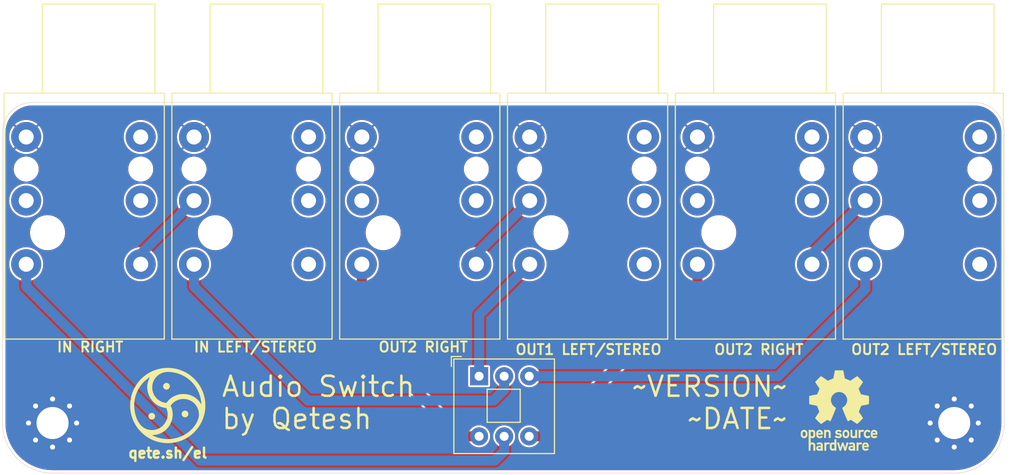
<source format=kicad_pcb>
(kicad_pcb (version 20240108) (generator "pcbnew") (generator_version "8.0")
  (title_block (title "AudioSwitch") (date "${DATE}") (rev "${VERSION}") (company "Qetesh"))
  (layers (0 "F.Cu" signal) (31 "B.Cu" signal) (34 "B.Paste" user) (35 "F.Paste" user) (36 "B.SilkS" user "B.Silkscreen") (37 "F.SilkS" user "F.Silkscreen") (38 "B.Mask" user) (39 "F.Mask" user) (44 "Edge.Cuts" user))
  (property "DATE" "~DATE~")
  (property "VERSION" "~VERSION~")
  (net 0 "")
  (net 1 "/OUT2_L")
  (net 2 "/OUT1_R")
  (net 3 "/IN_L")
  (net 4 "/OUT2_R")
  (net 5 "/OUT1_L")
  (net 7 "/GND")
  (net 22 "/OUT1_S")
  (net 23 "/OUT2_S")
  (net 27 "/IN_S")
  (net 28 "/IN_R")
  (footprint "Connector_Audio:Jack_6.35mm_Neutrik_NRJ6HF-AU_Horizontal" (layer "F.Cu") (at 102.37 89.15 90)
    (property "Reference" "J2" (hide yes))
    (property "Value" "IN_R")
    (pad "" np_thru_hole circle (at 3.15 2.13 90) (size 3 3) (drill 3) (layers "*.Cu" "*.Mask"))
    (pad "" np_thru_hole circle (at 9.5 0 90) (size 2 2) (drill 2) (layers "*.Cu" "*.Mask"))
    (pad "" np_thru_hole circle (at 9.5 11.43 90) (size 2 2) (drill 2) (layers "*.Cu" "*.Mask"))
    (pad "R" thru_hole circle (at 6.35 0 90) (size 3 3) (drill 1.5) (layers "*.Cu" "*.Mask"))
    (pad "RN" thru_hole circle (at 6.35 11.43 90) (size 3 3) (drill 1.5) (layers "*.Cu" "*.Mask"))
    (pad "S" thru_hole circle (at 12.7 0 90) (size 3 3) (drill 1.5) (layers "*.Cu" "*.Mask") (net 7 "/GND"))
    (pad "SN" thru_hole circle (at 12.7 11.43 90) (size 3 3) (drill 1.5) (layers "*.Cu" "*.Mask"))
    (pad "T" thru_hole circle (at 0 0 90) (size 3 3) (drill 1.5) (layers "*.Cu" "*.Mask") (net 28 "/IN_R"))
    (pad "TN" thru_hole circle (at 0 11.43 90) (size 3 3) (drill 1.5) (layers "*.Cu" "*.Mask") (net 27 "/IN_S"))
  )
  (footprint "Connector_Audio:Jack_6.35mm_Neutrik_NRJ6HF-AU_Horizontal" (layer "F.Cu") (at 135.87 89.15 90)
    (property "Reference" "J4" (hide yes))
    (property "Value" "OUT1_R")
    (pad "" np_thru_hole circle (at 3.15 2.13 90) (size 3 3) (drill 3) (layers "*.Cu" "*.Mask"))
    (pad "" np_thru_hole circle (at 9.5 0 90) (size 2 2) (drill 2) (layers "*.Cu" "*.Mask"))
    (pad "" np_thru_hole circle (at 9.5 11.43 90) (size 2 2) (drill 2) (layers "*.Cu" "*.Mask"))
    (pad "R" thru_hole circle (at 6.35 0 90) (size 3 3) (drill 1.5) (layers "*.Cu" "*.Mask"))
    (pad "RN" thru_hole circle (at 6.35 11.43 90) (size 3 3) (drill 1.5) (layers "*.Cu" "*.Mask"))
    (pad "S" thru_hole circle (at 12.7 0 90) (size 3 3) (drill 1.5) (layers "*.Cu" "*.Mask") (net 7 "/GND"))
    (pad "SN" thru_hole circle (at 12.7 11.43 90) (size 3 3) (drill 1.5) (layers "*.Cu" "*.Mask"))
    (pad "T" thru_hole circle (at 0 0 90) (size 3 3) (drill 1.5) (layers "*.Cu" "*.Mask") (net 2 "/OUT1_R"))
    (pad "TN" thru_hole circle (at 0 11.43 90) (size 3 3) (drill 1.5) (layers "*.Cu" "*.Mask") (net 22 "/OUT1_S"))
  )
  (footprint "Connector_Audio:Jack_6.35mm_Neutrik_NRJ6HF-AU_Horizontal" (layer "F.Cu") (at 186.12 89.15 90)
    (property "Reference" "J5" (hide yes))
    (property "Value" "OUT2_L")
    (pad "" np_thru_hole circle (at 3.15 2.13 90) (size 3 3) (drill 3) (layers "*.Cu" "*.Mask"))
    (pad "" np_thru_hole circle (at 9.5 0 90) (size 2 2) (drill 2) (layers "*.Cu" "*.Mask"))
    (pad "" np_thru_hole circle (at 9.5 11.43 90) (size 2 2) (drill 2) (layers "*.Cu" "*.Mask"))
    (pad "R" thru_hole circle (at 6.35 0 90) (size 3 3) (drill 1.5) (layers "*.Cu" "*.Mask") (net 23 "/OUT2_S"))
    (pad "RN" thru_hole circle (at 6.35 11.43 90) (size 3 3) (drill 1.5) (layers "*.Cu" "*.Mask"))
    (pad "S" thru_hole circle (at 12.7 0 90) (size 3 3) (drill 1.5) (layers "*.Cu" "*.Mask") (net 7 "/GND"))
    (pad "SN" thru_hole circle (at 12.7 11.43 90) (size 3 3) (drill 1.5) (layers "*.Cu" "*.Mask"))
    (pad "T" thru_hole circle (at 0 0 90) (size 3 3) (drill 1.5) (layers "*.Cu" "*.Mask") (net 1 "/OUT2_L"))
    (pad "TN" thru_hole circle (at 0 11.43 90) (size 3 3) (drill 1.5) (layers "*.Cu" "*.Mask"))
  )
  (footprint "Button_Switch_THT:SW_Push_2P2T_Toggle_CK_PVA2xxH3xxxxxxV2" (layer "F.Cu") (at 147.5775 100.3275)
    (property "Reference" "SW1" (hide yes))
    (property "Value" "MRB22B")
    (pad "1" thru_hole rect (at 0 0) (size 1.8 1.8) (drill 0.9) (layers "*.Cu" "*.Mask") (net 5 "/OUT1_L"))
    (pad "2" thru_hole circle (at 2.5 0) (size 1.8 1.8) (drill 0.9) (layers "*.Cu" "*.Mask") (net 3 "/IN_L"))
    (pad "3" thru_hole circle (at 5 0) (size 1.8 1.8) (drill 0.9) (layers "*.Cu" "*.Mask") (net 1 "/OUT2_L"))
    (pad "4" thru_hole circle (at 0 6) (size 1.8 1.8) (drill 0.9) (layers "*.Cu" "*.Mask") (net 2 "/OUT1_R"))
    (pad "5" thru_hole circle (at 2.5 6) (size 1.8 1.8) (drill 0.9) (layers "*.Cu" "*.Mask") (net 28 "/IN_R"))
    (pad "6" thru_hole circle (at 5 6) (size 1.8 1.8) (drill 0.9) (layers "*.Cu" "*.Mask") (net 4 "/OUT2_R"))
  )
  (footprint "Connector_Audio:Jack_6.35mm_Neutrik_NRJ6HF-AU_Horizontal" (layer "F.Cu") (at 119.12 89.15 90)
    (property "Reference" "J1" (hide yes))
    (property "Value" "IN_L")
    (pad "" np_thru_hole circle (at 3.15 2.13 90) (size 3 3) (drill 3) (layers "*.Cu" "*.Mask"))
    (pad "" np_thru_hole circle (at 9.5 0 90) (size 2 2) (drill 2) (layers "*.Cu" "*.Mask"))
    (pad "" np_thru_hole circle (at 9.5 11.43 90) (size 2 2) (drill 2) (layers "*.Cu" "*.Mask"))
    (pad "R" thru_hole circle (at 6.35 0 90) (size 3 3) (drill 1.5) (layers "*.Cu" "*.Mask") (net 27 "/IN_S"))
    (pad "RN" thru_hole circle (at 6.35 11.43 90) (size 3 3) (drill 1.5) (layers "*.Cu" "*.Mask"))
    (pad "S" thru_hole circle (at 12.7 0 90) (size 3 3) (drill 1.5) (layers "*.Cu" "*.Mask") (net 7 "/GND"))
    (pad "SN" thru_hole circle (at 12.7 11.43 90) (size 3 3) (drill 1.5) (layers "*.Cu" "*.Mask"))
    (pad "T" thru_hole circle (at 0 0 90) (size 3 3) (drill 1.5) (layers "*.Cu" "*.Mask") (net 3 "/IN_L"))
    (pad "TN" thru_hole circle (at 0 11.43 90) (size 3 3) (drill 1.5) (layers "*.Cu" "*.Mask"))
  )
  (footprint "Connector_Audio:Jack_6.35mm_Neutrik_NRJ6HF-AU_Horizontal" (layer "F.Cu") (at 152.62 89.15 90)
    (property "Reference" "J3" (hide yes))
    (property "Value" "OUT1_L")
    (pad "" np_thru_hole circle (at 3.15 2.13 90) (size 3 3) (drill 3) (layers "*.Cu" "*.Mask"))
    (pad "" np_thru_hole circle (at 9.5 0 90) (size 2 2) (drill 2) (layers "*.Cu" "*.Mask"))
    (pad "" np_thru_hole circle (at 9.5 11.43 90) (size 2 2) (drill 2) (layers "*.Cu" "*.Mask"))
    (pad "R" thru_hole circle (at 6.35 0 90) (size 3 3) (drill 1.5) (layers "*.Cu" "*.Mask") (net 22 "/OUT1_S"))
    (pad "RN" thru_hole circle (at 6.35 11.43 90) (size 3 3) (drill 1.5) (layers "*.Cu" "*.Mask"))
    (pad "S" thru_hole circle (at 12.7 0 90) (size 3 3) (drill 1.5) (layers "*.Cu" "*.Mask") (net 7 "/GND"))
    (pad "SN" thru_hole circle (at 12.7 11.43 90) (size 3 3) (drill 1.5) (layers "*.Cu" "*.Mask"))
    (pad "T" thru_hole circle (at 0 0 90) (size 3 3) (drill 1.5) (layers "*.Cu" "*.Mask") (net 5 "/OUT1_L"))
    (pad "TN" thru_hole circle (at 0 11.43 90) (size 3 3) (drill 1.5) (layers "*.Cu" "*.Mask"))
  )
  (footprint "Symbol:OSHW-Logo_7.5x8mm_SilkScreen" (layer "F.Cu") (at 183.5 103.75)
    (property "Reference" "REF**" (hide yes))
    (property "Value" "OSHW-Logo_7.5x8mm_SilkScreen" (hide yes))
  )
  (footprint "MountingHole:MountingHole_3.2mm_M3_Pad_Via" (layer "F.Cu") (at 195 105)
    (property "Reference" "H2" (hide yes))
    (property "Value" "Hole")
    (pad "1" thru_hole circle (at -2.4 0) (size 0.8 0.8) (drill 0.5) (layers "*.Cu" "*.Mask") (net 7 "/GND"))
    (pad "1" thru_hole circle (at -1.697056 -1.697056) (size 0.8 0.8) (drill 0.5) (layers "*.Cu" "*.Mask") (net 7 "/GND"))
    (pad "1" thru_hole circle (at -1.697056 1.697056) (size 0.8 0.8) (drill 0.5) (layers "*.Cu" "*.Mask") (net 7 "/GND"))
    (pad "1" thru_hole circle (at 0 -2.4) (size 0.8 0.8) (drill 0.5) (layers "*.Cu" "*.Mask") (net 7 "/GND"))
    (pad "1" thru_hole circle (at 0 0) (size 6.4 6.4) (drill 3.2) (layers "*.Cu" "*.Mask") (net 7 "/GND"))
    (pad "1" thru_hole circle (at 0 2.4) (size 0.8 0.8) (drill 0.5) (layers "*.Cu" "*.Mask") (net 7 "/GND"))
    (pad "1" thru_hole circle (at 1.697056 -1.697056) (size 0.8 0.8) (drill 0.5) (layers "*.Cu" "*.Mask") (net 7 "/GND"))
    (pad "1" thru_hole circle (at 1.697056 1.697056) (size 0.8 0.8) (drill 0.5) (layers "*.Cu" "*.Mask") (net 7 "/GND"))
    (pad "1" thru_hole circle (at 2.4 0) (size 0.8 0.8) (drill 0.5) (layers "*.Cu" "*.Mask") (net 7 "/GND"))
  )
  (footprint "My_Footprints:CutieMark7.5mmInverted" (layer "F.Cu") (at 116.5 103.25)
    (property "Reference" "G***" (hide yes))
    (property "Value" "LOGO" (hide yes))
  )
  (footprint "Connector_Audio:Jack_6.35mm_Neutrik_NRJ6HF-AU_Horizontal" (layer "F.Cu") (at 169.37 89.15 90)
    (property "Reference" "J6" (hide yes))
    (property "Value" "OUT2_R")
    (pad "" np_thru_hole circle (at 3.15 2.13 90) (size 3 3) (drill 3) (layers "*.Cu" "*.Mask"))
    (pad "" np_thru_hole circle (at 9.5 0 90) (size 2 2) (drill 2) (layers "*.Cu" "*.Mask"))
    (pad "" np_thru_hole circle (at 9.5 11.43 90) (size 2 2) (drill 2) (layers "*.Cu" "*.Mask"))
    (pad "R" thru_hole circle (at 6.35 0 90) (size 3 3) (drill 1.5) (layers "*.Cu" "*.Mask"))
    (pad "RN" thru_hole circle (at 6.35 11.43 90) (size 3 3) (drill 1.5) (layers "*.Cu" "*.Mask"))
    (pad "S" thru_hole circle (at 12.7 0 90) (size 3 3) (drill 1.5) (layers "*.Cu" "*.Mask") (net 7 "/GND"))
    (pad "SN" thru_hole circle (at 12.7 11.43 90) (size 3 3) (drill 1.5) (layers "*.Cu" "*.Mask"))
    (pad "T" thru_hole circle (at 0 0 90) (size 3 3) (drill 1.5) (layers "*.Cu" "*.Mask") (net 4 "/OUT2_R"))
    (pad "TN" thru_hole circle (at 0 11.43 90) (size 3 3) (drill 1.5) (layers "*.Cu" "*.Mask") (net 23 "/OUT2_S"))
  )
  (footprint "MountingHole:MountingHole_3.2mm_M3_Pad_Via" (layer "F.Cu") (at 105 105)
    (property "Reference" "H1" (hide yes))
    (property "Value" "Hole")
    (pad "1" thru_hole circle (at -2.4 0) (size 0.8 0.8) (drill 0.5) (layers "*.Cu" "*.Mask") (net 7 "/GND"))
    (pad "1" thru_hole circle (at -1.697056 -1.697056) (size 0.8 0.8) (drill 0.5) (layers "*.Cu" "*.Mask") (net 7 "/GND"))
    (pad "1" thru_hole circle (at -1.697056 1.697056) (size 0.8 0.8) (drill 0.5) (layers "*.Cu" "*.Mask") (net 7 "/GND"))
    (pad "1" thru_hole circle (at 0 -2.4) (size 0.8 0.8) (drill 0.5) (layers "*.Cu" "*.Mask") (net 7 "/GND"))
    (pad "1" thru_hole circle (at 0 0) (size 6.4 6.4) (drill 3.2) (layers "*.Cu" "*.Mask") (net 7 "/GND"))
    (pad "1" thru_hole circle (at 0 2.4) (size 0.8 0.8) (drill 0.5) (layers "*.Cu" "*.Mask") (net 7 "/GND"))
    (pad "1" thru_hole circle (at 1.697056 -1.697056) (size 0.8 0.8) (drill 0.5) (layers "*.Cu" "*.Mask") (net 7 "/GND"))
    (pad "1" thru_hole circle (at 1.697056 1.697056) (size 0.8 0.8) (drill 0.5) (layers "*.Cu" "*.Mask") (net 7 "/GND"))
    (pad "1" thru_hole circle (at 2.4 0) (size 0.8 0.8) (drill 0.5) (layers "*.Cu" "*.Mask") (net 7 "/GND"))
  )
  (gr_arc (start 100 76) (mid 100.87868 73.87868) (end 103 73) (stroke (width 0.05)) (layer "Edge.Cuts"))
  (gr_line (start 103 73) (end 197 73) (stroke (width 0.05)) (layer "Edge.Cuts"))
  (gr_line (start 195 110) (end 105 110) (stroke (width 0.05)) (layer "Edge.Cuts"))
  (gr_arc (start 197 73) (mid 199.12132 73.87868) (end 200 76) (stroke (width 0.05)) (layer "Edge.Cuts"))
  (gr_arc (start 105 110) (mid 101.464466 108.535534) (end 100 105) (stroke (width 0.05)) (layer "Edge.Cuts"))
  (gr_line (start 200 76) (end 200 105) (stroke (width 0.05)) (layer "Edge.Cuts"))
  (gr_arc (start 200 105) (mid 198.535534 108.535534) (end 195 110) (stroke (width 0.05)) (layer "Edge.Cuts"))
  (gr_line (start 100 105) (end 100 76) (stroke (width 0.05)) (layer "Edge.Cuts"))
  (gr_text "OUT2 RIGHT" (at 175.5 98.25 0) (layer "F.SilkS") (effects (font (size 1 1) (thickness 0.2) (bold yes)) (justify bottom)))
  (gr_text "OUT1 LEFT/STEREO" (at 158.5 98.25 0) (layer "F.SilkS") (effects (font (size 1 1) (thickness 0.2) (bold yes)) (justify bottom)))
  (gr_text "IN LEFT/STEREO" (at 125.25 98 0) (layer "F.SilkS") (effects (font (size 1 1) (thickness 0.2) (bold yes)) (justify bottom)))
  (gr_text "OUT2 RIGHT" (at 142 98 0) (layer "F.SilkS") (effects (font (size 1 1) (thickness 0.2) (bold yes)) (justify bottom)))
  (gr_text "qete.sh/el" (at 116.5 108 0) (layer "F.SilkS") (effects (font (size 1 1) (thickness 0.24) (bold yes))))
  (gr_text "Audio Switch\nby Qetesh" (at 121.75 105.75 0) (layer "F.SilkS") (effects (font (size 2 2) (thickness 0.25)) (justify left bottom)))
  (gr_text "IN RIGHT" (at 108.75 98 0) (layer "F.SilkS") (effects (font (size 1 1) (thickness 0.2) (bold yes)) (justify bottom)))
  (gr_text "OUT2 LEFT/STEREO" (at 192 98.25 0) (layer "F.SilkS") (effects (font (size 1 1) (thickness 0.2) (bold yes)) (justify bottom)))
  (gr_text "${VERSION}\n${DATE}" (at 178.5 105.75 0) (layer "F.SilkS") (effects (font (size 2 2) (thickness 0.25)) (justify right bottom)))
  (segment (start 152.5775 100.3275) (end 177.4225 100.3275) (width 1) (layer "B.Cu") (net 1))
  (segment (start 177.4225 100.3275) (end 186.12 91.63) (width 1) (layer "B.Cu") (net 1))
  (segment (start 186.12 91.63) (end 186.12 89.15) (width 1) (layer "B.Cu") (net 1))
  (segment (start 145.8275 106.3275) (end 135.87 96.37) (width 1) (layer "F.Cu") (net 2))
  (segment (start 135.87 96.37) (end 135.87 89.15) (width 1) (layer "F.Cu") (net 2))
  (segment (start 147.5775 106.3275) (end 145.8275 106.3275) (width 1) (layer "F.Cu") (net 2))
  (segment (start 130.5 102.75) (end 149 102.75) (width 1) (layer "B.Cu") (net 3))
  (segment (start 149 102.75) (end 150.0775 101.6725) (width 1) (layer "B.Cu") (net 3))
  (segment (start 150.0775 101.6725) (end 150.0775 100.3275) (width 1) (layer "B.Cu") (net 3))
  (segment (start 119.12 91.37) (end 130.5 102.75) (width 1) (layer "B.Cu") (net 3))
  (segment (start 119.12 89.15) (end 119.12 91.37) (width 1) (layer "B.Cu") (net 3))
  (segment (start 169.37 91.38) (end 169.37 89.15) (width 1) (layer "F.Cu") (net 4))
  (segment (start 152.5775 106.3275) (end 154.4225 106.3275) (width 1) (layer "F.Cu") (net 4))
  (segment (start 154.4225 106.3275) (end 169.37 91.38) (width 1) (layer "F.Cu") (net 4))
  (segment (start 147.5775 94.1925) (end 152.62 89.15) (width 1) (layer "B.Cu") (net 5))
  (segment (start 147.5775 100.3275) (end 147.5775 94.1925) (width 1) (layer "B.Cu") (net 5))
  (segment (start 147.3 89.15) (end 147.3 88.12) (width 1) (layer "B.Cu") (net 22))
  (segment (start 147.3 88.12) (end 152.62 82.8) (width 1) (layer "B.Cu") (net 22))
  (segment (start 180.8 89.15) (end 180.8 88.12) (width 1) (layer "B.Cu") (net 23))
  (segment (start 180.8 88.12) (end 186.12 82.8) (width 1) (layer "B.Cu") (net 23))
  (segment (start 113.8 89.15) (end 113.8 88.12) (width 1) (layer "B.Cu") (net 27))
  (segment (start 113.8 88.12) (end 119.12 82.8) (width 1) (layer "B.Cu") (net 27))
  (segment (start 102.37 91.37) (end 119.75 108.75) (width 1) (layer "B.Cu") (net 28))
  (segment (start 150.0775 107.7975) (end 150.0775 106.3275) (width 1) (layer "B.Cu") (net 28))
  (segment (start 149.125 108.75) (end 150.0775 107.7975) (width 1) (layer "B.Cu") (net 28))
  (segment (start 102.37 89.15) (end 102.37 91.37) (width 1) (layer "B.Cu") (net 28))
  (segment (start 119.75 108.75) (end 149.125 108.75) (width 1) (layer "B.Cu") (net 28))
  (zone (net 7) (net_name "/GND") (layers "F&B.Cu") (connect_pads (clearance 0.2)) (min_thickness 0.1) (fill yes (thermal_gap 0.2) (thermal_bridge_width 0.2))
    (polygon (pts (xy 100 73) (xy 200 73) (xy 200 110) (xy 100 110)))
  )
)
</source>
